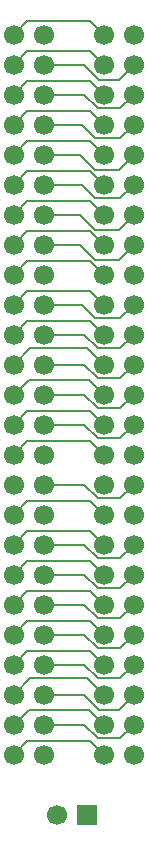
<source format=gbr>
%TF.GenerationSoftware,KiCad,Pcbnew,9.0.4*%
%TF.CreationDate,2025-11-09T10:18:35+13:00*%
%TF.ProjectId,AWS_CPU_Jumper,4157535f-4350-4555-9f4a-756d7065722e,rev?*%
%TF.SameCoordinates,Original*%
%TF.FileFunction,Copper,L1,Top*%
%TF.FilePolarity,Positive*%
%FSLAX46Y46*%
G04 Gerber Fmt 4.6, Leading zero omitted, Abs format (unit mm)*
G04 Created by KiCad (PCBNEW 9.0.4) date 2025-11-09 10:18:35*
%MOMM*%
%LPD*%
G01*
G04 APERTURE LIST*
%TA.AperFunction,ComponentPad*%
%ADD10C,1.700000*%
%TD*%
%TA.AperFunction,ComponentPad*%
%ADD11R,1.700000X1.700000*%
%TD*%
%TA.AperFunction,Conductor*%
%ADD12C,0.200000*%
%TD*%
G04 APERTURE END LIST*
D10*
%TO.P,J1,1,Pin_1*%
%TO.N,Net-(J1-Pin_1)*%
X127000000Y-127000000D03*
%TO.P,J1,2,Pin_2*%
%TO.N,Net-(J1-Pin_2)*%
X124460000Y-127000000D03*
%TO.P,J1,3,Pin_3*%
%TO.N,Net-(J1-Pin_3)*%
X127000000Y-124460000D03*
%TO.P,J1,4,Pin_4*%
%TO.N,Net-(J1-Pin_4)*%
X124460000Y-124460000D03*
%TO.P,J1,5,Pin_5*%
%TO.N,Net-(J1-Pin_5)*%
X127000000Y-121920000D03*
%TO.P,J1,6,Pin_6*%
%TO.N,Net-(J1-Pin_6)*%
X124460000Y-121920000D03*
%TO.P,J1,7,Pin_7*%
%TO.N,Net-(J1-Pin_7)*%
X127000000Y-119380000D03*
%TO.P,J1,8,Pin_8*%
%TO.N,Net-(J1-Pin_8)*%
X124460000Y-119380000D03*
%TO.P,J1,9,Pin_9*%
%TO.N,Net-(J1-Pin_9)*%
X127000000Y-116840000D03*
%TO.P,J1,10,Pin_10*%
%TO.N,Net-(J1-Pin_10)*%
X124460000Y-116840000D03*
%TO.P,J1,11,Pin_11*%
%TO.N,Net-(J1-Pin_11)*%
X127000000Y-114300000D03*
%TO.P,J1,12,Pin_12*%
%TO.N,Net-(J1-Pin_12)*%
X124460000Y-114300000D03*
%TO.P,J1,13,Pin_13*%
%TO.N,Net-(J1-Pin_13)*%
X127000000Y-111760000D03*
%TO.P,J1,14,Pin_14*%
%TO.N,Net-(J1-Pin_14)*%
X124460000Y-111760000D03*
%TO.P,J1,15,Pin_15*%
%TO.N,Net-(J1-Pin_15)*%
X127000000Y-109220000D03*
%TO.P,J1,16,Pin_16*%
%TO.N,Net-(J1-Pin_16)*%
X124460000Y-109220000D03*
%TO.P,J1,17,Pin_17*%
%TO.N,Net-(J1-Pin_17)*%
X127000000Y-106680000D03*
%TO.P,J1,18,Pin_18*%
%TO.N,Net-(J1-Pin_18)*%
X124460000Y-106680000D03*
%TO.P,J1,19,Pin_19*%
%TO.N,Net-(J1-Pin_19)*%
X127000000Y-104140000D03*
%TO.P,J1,20,Pin_20*%
%TO.N,B_DRTYPE0-*%
X124460000Y-104140000D03*
%TO.P,J1,21,Pin_21*%
%TO.N,B_DRTYPE1-*%
X127000000Y-101600000D03*
%TO.P,J1,22,Pin_22*%
%TO.N,Net-(J1-Pin_22)*%
X124460000Y-101600000D03*
%TO.P,J1,23,Pin_23*%
%TO.N,Net-(J1-Pin_23)*%
X127000000Y-99060000D03*
%TO.P,J1,24,Pin_24*%
%TO.N,Net-(J1-Pin_24)*%
X124460000Y-99060000D03*
%TO.P,J1,25,Pin_25*%
%TO.N,Net-(J1-Pin_25)*%
X127000000Y-96520000D03*
%TO.P,J1,26,Pin_26*%
%TO.N,Net-(J1-Pin_26)*%
X124460000Y-96520000D03*
%TO.P,J1,27,Pin_27*%
%TO.N,Net-(J1-Pin_27)*%
X127000000Y-93980000D03*
%TO.P,J1,28,Pin_28*%
%TO.N,Net-(J1-Pin_28)*%
X124460000Y-93980000D03*
%TO.P,J1,29,Pin_29*%
%TO.N,Net-(J1-Pin_29)*%
X127000000Y-91440000D03*
%TO.P,J1,30,Pin_30*%
%TO.N,Net-(J1-Pin_30)*%
X124460000Y-91440000D03*
%TO.P,J1,31,Pin_31*%
%TO.N,Net-(J1-Pin_31)*%
X127000000Y-88900000D03*
%TO.P,J1,32,Pin_32*%
%TO.N,Net-(J1-Pin_32)*%
X124460000Y-88900000D03*
%TO.P,J1,33,Pin_33*%
%TO.N,Net-(J1-Pin_33)*%
X127000000Y-86360000D03*
%TO.P,J1,34,Pin_34*%
%TO.N,Net-(J1-Pin_34)*%
X124460000Y-86360000D03*
%TO.P,J1,35,Pin_35*%
%TO.N,Net-(J1-Pin_35)*%
X127000000Y-83820000D03*
%TO.P,J1,36,Pin_36*%
%TO.N,Net-(J1-Pin_36)*%
X124460000Y-83820000D03*
%TO.P,J1,37,Pin_37*%
%TO.N,Net-(J1-Pin_37)*%
X127000000Y-81280000D03*
%TO.P,J1,38,Pin_38*%
%TO.N,Net-(J1-Pin_38)*%
X124460000Y-81280000D03*
%TO.P,J1,39,Pin_39*%
%TO.N,Net-(J1-Pin_39)*%
X127000000Y-78740000D03*
%TO.P,J1,40,Pin_40*%
%TO.N,Net-(J1-Pin_40)*%
X124460000Y-78740000D03*
%TO.P,J1,41,Pin_41*%
%TO.N,Net-(J1-Pin_41)*%
X127000000Y-76200000D03*
%TO.P,J1,42,Pin_42*%
%TO.N,Net-(J1-Pin_42)*%
X124460000Y-76200000D03*
%TO.P,J1,43,Pin_43*%
%TO.N,Net-(J1-Pin_43)*%
X127000000Y-73660000D03*
%TO.P,J1,44,Pin_44*%
%TO.N,Net-(J1-Pin_44)*%
X124460000Y-73660000D03*
%TO.P,J1,45,Pin_45*%
%TO.N,Net-(J1-Pin_45)*%
X127000000Y-71120000D03*
%TO.P,J1,46,Pin_46*%
%TO.N,Net-(J1-Pin_46)*%
X124460000Y-71120000D03*
%TO.P,J1,47,Pin_47*%
%TO.N,Net-(J1-Pin_47)*%
X127000000Y-68580000D03*
%TO.P,J1,48,Pin_48*%
%TO.N,Net-(J1-Pin_48)*%
X124460000Y-68580000D03*
%TO.P,J1,49,Pin_49*%
%TO.N,Net-(J1-Pin_49)*%
X127000000Y-66040000D03*
%TO.P,J1,50,Pin_50*%
%TO.N,Net-(J1-Pin_50)*%
X124460000Y-66040000D03*
%TD*%
D11*
%TO.P,J3,1,Pin_1*%
%TO.N,Net-(J3-Pin_1)*%
X130700000Y-132080000D03*
D10*
%TO.P,J3,2,Pin_2*%
%TO.N,Net-(J3-Pin_2)*%
X128160000Y-132080000D03*
%TD*%
%TO.P,J2,1,Pin_1*%
%TO.N,Net-(J1-Pin_1)*%
X134620000Y-127000000D03*
%TO.P,J2,2,Pin_2*%
%TO.N,Net-(J1-Pin_2)*%
X132080000Y-127000000D03*
%TO.P,J2,3,Pin_3*%
%TO.N,Net-(J1-Pin_3)*%
X134620000Y-124460000D03*
%TO.P,J2,4,Pin_4*%
%TO.N,Net-(J1-Pin_4)*%
X132080000Y-124460000D03*
%TO.P,J2,5,Pin_5*%
%TO.N,Net-(J1-Pin_5)*%
X134620000Y-121920000D03*
%TO.P,J2,6,Pin_6*%
%TO.N,Net-(J1-Pin_6)*%
X132080000Y-121920000D03*
%TO.P,J2,7,Pin_7*%
%TO.N,Net-(J1-Pin_7)*%
X134620000Y-119380000D03*
%TO.P,J2,8,Pin_8*%
%TO.N,Net-(J1-Pin_8)*%
X132080000Y-119380000D03*
%TO.P,J2,9,Pin_9*%
%TO.N,Net-(J1-Pin_9)*%
X134620000Y-116840000D03*
%TO.P,J2,10,Pin_10*%
%TO.N,Net-(J1-Pin_10)*%
X132080000Y-116840000D03*
%TO.P,J2,11,Pin_11*%
%TO.N,Net-(J1-Pin_11)*%
X134620000Y-114300000D03*
%TO.P,J2,12,Pin_12*%
%TO.N,Net-(J1-Pin_12)*%
X132080000Y-114300000D03*
%TO.P,J2,13,Pin_13*%
%TO.N,Net-(J1-Pin_13)*%
X134620000Y-111760000D03*
%TO.P,J2,14,Pin_14*%
%TO.N,Net-(J1-Pin_14)*%
X132080000Y-111760000D03*
%TO.P,J2,15,Pin_15*%
%TO.N,Net-(J1-Pin_15)*%
X134620000Y-109220000D03*
%TO.P,J2,16,Pin_16*%
%TO.N,Net-(J1-Pin_16)*%
X132080000Y-109220000D03*
%TO.P,J2,17,Pin_17*%
%TO.N,Net-(J1-Pin_17)*%
X134620000Y-106680000D03*
%TO.P,J2,18,Pin_18*%
%TO.N,Net-(J1-Pin_18)*%
X132080000Y-106680000D03*
%TO.P,J2,19,Pin_19*%
%TO.N,Net-(J1-Pin_19)*%
X134620000Y-104140000D03*
%TO.P,J2,20,Pin_20*%
%TO.N,A_DRTYPE0-*%
X132080000Y-104140000D03*
%TO.P,J2,21,Pin_21*%
%TO.N,A_DRTYPE1-*%
X134620000Y-101600000D03*
%TO.P,J2,22,Pin_22*%
%TO.N,Net-(J1-Pin_22)*%
X132080000Y-101600000D03*
%TO.P,J2,23,Pin_23*%
%TO.N,Net-(J1-Pin_23)*%
X134620000Y-99060000D03*
%TO.P,J2,24,Pin_24*%
%TO.N,Net-(J1-Pin_24)*%
X132080000Y-99060000D03*
%TO.P,J2,25,Pin_25*%
%TO.N,Net-(J1-Pin_25)*%
X134620000Y-96520000D03*
%TO.P,J2,26,Pin_26*%
%TO.N,Net-(J1-Pin_26)*%
X132080000Y-96520000D03*
%TO.P,J2,27,Pin_27*%
%TO.N,Net-(J1-Pin_27)*%
X134620000Y-93980000D03*
%TO.P,J2,28,Pin_28*%
%TO.N,Net-(J1-Pin_28)*%
X132080000Y-93980000D03*
%TO.P,J2,29,Pin_29*%
%TO.N,Net-(J1-Pin_29)*%
X134620000Y-91440000D03*
%TO.P,J2,30,Pin_30*%
%TO.N,Net-(J1-Pin_30)*%
X132080000Y-91440000D03*
%TO.P,J2,31,Pin_31*%
%TO.N,Net-(J1-Pin_31)*%
X134620000Y-88900000D03*
%TO.P,J2,32,Pin_32*%
%TO.N,Net-(J1-Pin_32)*%
X132080000Y-88900000D03*
%TO.P,J2,33,Pin_33*%
%TO.N,Net-(J1-Pin_33)*%
X134620000Y-86360000D03*
%TO.P,J2,34,Pin_34*%
%TO.N,Net-(J1-Pin_34)*%
X132080000Y-86360000D03*
%TO.P,J2,35,Pin_35*%
%TO.N,Net-(J1-Pin_35)*%
X134620000Y-83820000D03*
%TO.P,J2,36,Pin_36*%
%TO.N,Net-(J1-Pin_36)*%
X132080000Y-83820000D03*
%TO.P,J2,37,Pin_37*%
%TO.N,Net-(J1-Pin_37)*%
X134620000Y-81280000D03*
%TO.P,J2,38,Pin_38*%
%TO.N,Net-(J1-Pin_38)*%
X132080000Y-81280000D03*
%TO.P,J2,39,Pin_39*%
%TO.N,Net-(J1-Pin_39)*%
X134620000Y-78740000D03*
%TO.P,J2,40,Pin_40*%
%TO.N,Net-(J1-Pin_40)*%
X132080000Y-78740000D03*
%TO.P,J2,41,Pin_41*%
%TO.N,Net-(J1-Pin_41)*%
X134620000Y-76200000D03*
%TO.P,J2,42,Pin_42*%
%TO.N,Net-(J1-Pin_42)*%
X132080000Y-76200000D03*
%TO.P,J2,43,Pin_43*%
%TO.N,Net-(J1-Pin_43)*%
X134620000Y-73660000D03*
%TO.P,J2,44,Pin_44*%
%TO.N,Net-(J1-Pin_44)*%
X132080000Y-73660000D03*
%TO.P,J2,45,Pin_45*%
%TO.N,Net-(J1-Pin_45)*%
X134620000Y-71120000D03*
%TO.P,J2,46,Pin_46*%
%TO.N,Net-(J1-Pin_46)*%
X132080000Y-71120000D03*
%TO.P,J2,47,Pin_47*%
%TO.N,Net-(J1-Pin_47)*%
X134620000Y-68580000D03*
%TO.P,J2,48,Pin_48*%
%TO.N,Net-(J1-Pin_48)*%
X132080000Y-68580000D03*
%TO.P,J2,49,Pin_49*%
%TO.N,Net-(J1-Pin_49)*%
X134620000Y-66040000D03*
%TO.P,J2,50,Pin_50*%
%TO.N,Net-(J1-Pin_50)*%
X132080000Y-66040000D03*
%TD*%
D12*
%TO.N,Net-(J1-Pin_32)*%
X124460000Y-88900000D02*
X125611000Y-87749000D01*
X125611000Y-87749000D02*
X130929000Y-87749000D01*
X130929000Y-87749000D02*
X132080000Y-88900000D01*
%TO.N,Net-(J1-Pin_46)*%
X130929000Y-69969000D02*
X132080000Y-71120000D01*
X125611000Y-69969000D02*
X130929000Y-69969000D01*
X124460000Y-71120000D02*
X125611000Y-69969000D01*
%TO.N,Net-(J1-Pin_5)*%
X133350000Y-123190000D02*
X134620000Y-121920000D01*
X131722240Y-123190000D02*
X133350000Y-123190000D01*
X127000000Y-121920000D02*
X130452240Y-121920000D01*
X130452240Y-121920000D02*
X131722240Y-123190000D01*
%TO.N,Net-(J1-Pin_43)*%
X133469000Y-74811000D02*
X134620000Y-73660000D01*
X131365240Y-74811000D02*
X133469000Y-74811000D01*
X127000000Y-73660000D02*
X130214240Y-73660000D01*
X130214240Y-73660000D02*
X131365240Y-74811000D01*
%TO.N,Net-(J1-Pin_10)*%
X125611000Y-115689000D02*
X130929000Y-115689000D01*
X130929000Y-115689000D02*
X132080000Y-116840000D01*
X124460000Y-116840000D02*
X125611000Y-115689000D01*
%TO.N,Net-(J1-Pin_36)*%
X125611000Y-82669000D02*
X130929000Y-82669000D01*
X124460000Y-83820000D02*
X125611000Y-82669000D01*
X130929000Y-82669000D02*
X132080000Y-83820000D01*
%TO.N,Net-(J1-Pin_3)*%
X127000000Y-124460000D02*
X130452240Y-124460000D01*
X130452240Y-124460000D02*
X131603240Y-125611000D01*
X131603240Y-125611000D02*
X133469000Y-125611000D01*
X133469000Y-125611000D02*
X134620000Y-124460000D01*
%TO.N,Net-(J1-Pin_11)*%
X133469000Y-115451000D02*
X134620000Y-114300000D01*
X131603240Y-115451000D02*
X133469000Y-115451000D01*
X130452240Y-114300000D02*
X131603240Y-115451000D01*
X127000000Y-114300000D02*
X130452240Y-114300000D01*
%TO.N,Net-(J1-Pin_4)*%
X130810000Y-123190000D02*
X132080000Y-124460000D01*
X125730000Y-123190000D02*
X130810000Y-123190000D01*
X124460000Y-124460000D02*
X125730000Y-123190000D01*
%TO.N,Net-(J1-Pin_25)*%
X130452240Y-96520000D02*
X131603240Y-97671000D01*
X133469000Y-97671000D02*
X134620000Y-96520000D01*
X131603240Y-97671000D02*
X133469000Y-97671000D01*
X127000000Y-96520000D02*
X130452240Y-96520000D01*
%TO.N,Net-(J1-Pin_50)*%
X124460000Y-66040000D02*
X125611000Y-64889000D01*
X125611000Y-64889000D02*
X130929000Y-64889000D01*
X130929000Y-64889000D02*
X132080000Y-66040000D01*
%TO.N,Net-(J1-Pin_48)*%
X124460000Y-68580000D02*
X125611000Y-67429000D01*
X130929000Y-67429000D02*
X132080000Y-68580000D01*
X125611000Y-67429000D02*
X130929000Y-67429000D01*
%TO.N,Net-(J1-Pin_24)*%
X125611000Y-97909000D02*
X130929000Y-97909000D01*
X130929000Y-97909000D02*
X132080000Y-99060000D01*
X124460000Y-99060000D02*
X125611000Y-97909000D01*
%TO.N,Net-(J1-Pin_8)*%
X125611000Y-118229000D02*
X130929000Y-118229000D01*
X124460000Y-119380000D02*
X125611000Y-118229000D01*
X130929000Y-118229000D02*
X132080000Y-119380000D01*
%TO.N,Net-(J1-Pin_41)*%
X131377100Y-77470000D02*
X133350000Y-77470000D01*
X130107100Y-76200000D02*
X131377100Y-77470000D01*
X133350000Y-77470000D02*
X134620000Y-76200000D01*
X127000000Y-76200000D02*
X130107100Y-76200000D01*
%TO.N,Net-(J1-Pin_37)*%
X130107100Y-81280000D02*
X131377100Y-82550000D01*
X133350000Y-82550000D02*
X134620000Y-81280000D01*
X127000000Y-81280000D02*
X130107100Y-81280000D01*
X131377100Y-82550000D02*
X133350000Y-82550000D01*
%TO.N,Net-(J1-Pin_28)*%
X125849000Y-92591000D02*
X130691000Y-92591000D01*
X130691000Y-92591000D02*
X132080000Y-93980000D01*
X124460000Y-93980000D02*
X125849000Y-92591000D01*
%TO.N,Net-(J1-Pin_34)*%
X124460000Y-86360000D02*
X125611000Y-85209000D01*
X125611000Y-85209000D02*
X130929000Y-85209000D01*
X130929000Y-85209000D02*
X132080000Y-86360000D01*
%TO.N,Net-(J1-Pin_6)*%
X130691000Y-120531000D02*
X132080000Y-121920000D01*
X125849000Y-120531000D02*
X130691000Y-120531000D01*
X124460000Y-121920000D02*
X125849000Y-120531000D01*
%TO.N,Net-(J1-Pin_23)*%
X131603240Y-100211000D02*
X133469000Y-100211000D01*
X130452240Y-99060000D02*
X131603240Y-100211000D01*
X133469000Y-100211000D02*
X134620000Y-99060000D01*
X127000000Y-99060000D02*
X130452240Y-99060000D01*
%TO.N,Net-(J1-Pin_30)*%
X130929000Y-90289000D02*
X132080000Y-91440000D01*
X124460000Y-91440000D02*
X125611000Y-90289000D01*
X125611000Y-90289000D02*
X130929000Y-90289000D01*
%TO.N,Net-(J1-Pin_35)*%
X130107100Y-83820000D02*
X131377100Y-85090000D01*
X133350000Y-85090000D02*
X134620000Y-83820000D01*
X131377100Y-85090000D02*
X133350000Y-85090000D01*
X127000000Y-83820000D02*
X130107100Y-83820000D01*
%TO.N,Net-(J1-Pin_7)*%
X131603240Y-120531000D02*
X133469000Y-120531000D01*
X127000000Y-119380000D02*
X130452240Y-119380000D01*
X130452240Y-119380000D02*
X131603240Y-120531000D01*
X133469000Y-120531000D02*
X134620000Y-119380000D01*
%TO.N,Net-(J1-Pin_31)*%
X130214240Y-88900000D02*
X131365240Y-90051000D01*
X131365240Y-90051000D02*
X133469000Y-90051000D01*
X133469000Y-90051000D02*
X134620000Y-88900000D01*
X127000000Y-88900000D02*
X130214240Y-88900000D01*
%TO.N,Net-(J1-Pin_9)*%
X130452240Y-116840000D02*
X131603240Y-117991000D01*
X131603240Y-117991000D02*
X133469000Y-117991000D01*
X127000000Y-116840000D02*
X130452240Y-116840000D01*
X133469000Y-117991000D02*
X134620000Y-116840000D01*
%TO.N,Net-(J1-Pin_45)*%
X131603240Y-72271000D02*
X133469000Y-72271000D01*
X127000000Y-71120000D02*
X130452240Y-71120000D01*
X133469000Y-72271000D02*
X134620000Y-71120000D01*
X130452240Y-71120000D02*
X131603240Y-72271000D01*
%TO.N,Net-(J1-Pin_39)*%
X133469000Y-79891000D02*
X134620000Y-78740000D01*
X131365240Y-79891000D02*
X133469000Y-79891000D01*
X130214240Y-78740000D02*
X131365240Y-79891000D01*
X127000000Y-78740000D02*
X130214240Y-78740000D01*
%TO.N,Net-(J1-Pin_14)*%
X125611000Y-110609000D02*
X130929000Y-110609000D01*
X124460000Y-111760000D02*
X125611000Y-110609000D01*
X130929000Y-110609000D02*
X132080000Y-111760000D01*
%TO.N,Net-(J1-Pin_18)*%
X124460000Y-106680000D02*
X125611000Y-105529000D01*
X125611000Y-105529000D02*
X130929000Y-105529000D01*
X130929000Y-105529000D02*
X132080000Y-106680000D01*
%TO.N,Net-(J1-Pin_44)*%
X125611000Y-72509000D02*
X130929000Y-72509000D01*
X124460000Y-73660000D02*
X125611000Y-72509000D01*
X130929000Y-72509000D02*
X132080000Y-73660000D01*
%TO.N,Net-(J1-Pin_42)*%
X130929000Y-75049000D02*
X132080000Y-76200000D01*
X124460000Y-76200000D02*
X125611000Y-75049000D01*
X125611000Y-75049000D02*
X130929000Y-75049000D01*
%TO.N,Net-(J1-Pin_13)*%
X131603240Y-112911000D02*
X133469000Y-112911000D01*
X133469000Y-112911000D02*
X134620000Y-111760000D01*
X127000000Y-111760000D02*
X130452240Y-111760000D01*
X130452240Y-111760000D02*
X131603240Y-112911000D01*
%TO.N,Net-(J1-Pin_2)*%
X130929000Y-125849000D02*
X132080000Y-127000000D01*
X125611000Y-125849000D02*
X130929000Y-125849000D01*
X124460000Y-127000000D02*
X125611000Y-125849000D01*
%TO.N,Net-(J1-Pin_29)*%
X130452240Y-91440000D02*
X131603240Y-92591000D01*
X131603240Y-92591000D02*
X133469000Y-92591000D01*
X133469000Y-92591000D02*
X134620000Y-91440000D01*
X127000000Y-91440000D02*
X130452240Y-91440000D01*
%TO.N,Net-(J1-Pin_15)*%
X127000000Y-109220000D02*
X130452240Y-109220000D01*
X130452240Y-109220000D02*
X131603240Y-110371000D01*
X131603240Y-110371000D02*
X133469000Y-110371000D01*
X133469000Y-110371000D02*
X134620000Y-109220000D01*
%TO.N,Net-(J1-Pin_12)*%
X125611000Y-113149000D02*
X130929000Y-113149000D01*
X124460000Y-114300000D02*
X125611000Y-113149000D01*
X130929000Y-113149000D02*
X132080000Y-114300000D01*
%TO.N,Net-(J1-Pin_38)*%
X124460000Y-81280000D02*
X125611000Y-80129000D01*
X130929000Y-80129000D02*
X132080000Y-81280000D01*
X125611000Y-80129000D02*
X130929000Y-80129000D01*
%TO.N,Net-(J1-Pin_26)*%
X125730000Y-95250000D02*
X130810000Y-95250000D01*
X130810000Y-95250000D02*
X132080000Y-96520000D01*
X124460000Y-96520000D02*
X125730000Y-95250000D01*
%TO.N,Net-(J1-Pin_47)*%
X131722240Y-69850000D02*
X133350000Y-69850000D01*
X130452240Y-68580000D02*
X131722240Y-69850000D01*
X127000000Y-68580000D02*
X130452240Y-68580000D01*
X133350000Y-69850000D02*
X134620000Y-68580000D01*
%TO.N,Net-(J1-Pin_19)*%
X130452240Y-104140000D02*
X131603240Y-105291000D01*
X133469000Y-105291000D02*
X134620000Y-104140000D01*
X131603240Y-105291000D02*
X133469000Y-105291000D01*
X127000000Y-104140000D02*
X130452240Y-104140000D01*
%TO.N,Net-(J1-Pin_16)*%
X130929000Y-108069000D02*
X132080000Y-109220000D01*
X124460000Y-109220000D02*
X125611000Y-108069000D01*
X125611000Y-108069000D02*
X130929000Y-108069000D01*
%TO.N,Net-(J1-Pin_27)*%
X127000000Y-93980000D02*
X130452240Y-93980000D01*
X131603240Y-95131000D02*
X133469000Y-95131000D01*
X133469000Y-95131000D02*
X134620000Y-93980000D01*
X130452240Y-93980000D02*
X131603240Y-95131000D01*
%TO.N,Net-(J1-Pin_40)*%
X124460000Y-78740000D02*
X125611000Y-77589000D01*
X125611000Y-77589000D02*
X130929000Y-77589000D01*
X130929000Y-77589000D02*
X132080000Y-78740000D01*
%TO.N,Net-(J1-Pin_22)*%
X130929000Y-100449000D02*
X132080000Y-101600000D01*
X125611000Y-100449000D02*
X130929000Y-100449000D01*
X124460000Y-101600000D02*
X125611000Y-100449000D01*
%TD*%
M02*

</source>
